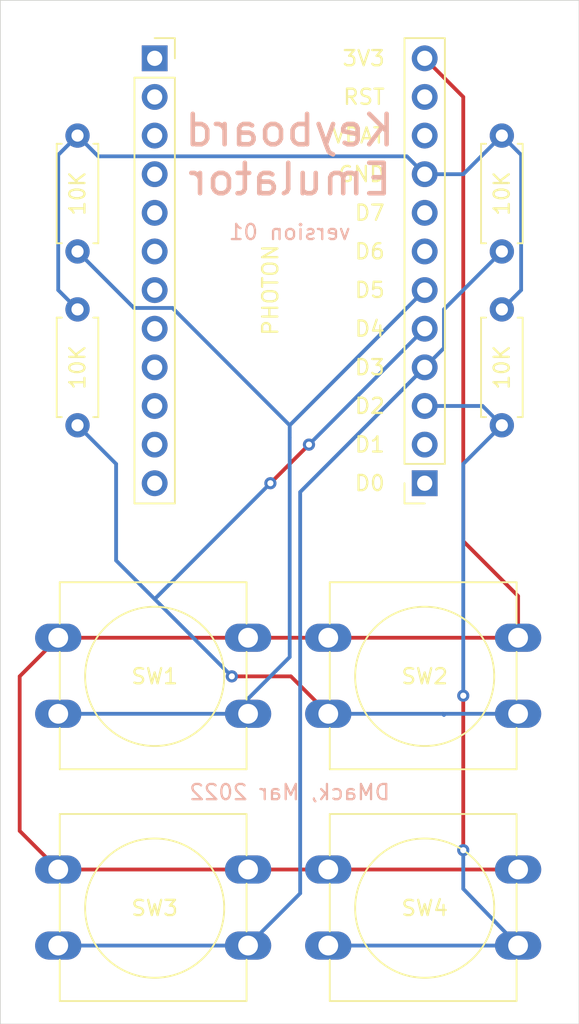
<source format=kicad_pcb>
(kicad_pcb (version 20171130) (host pcbnew "(5.1.6-0-10_14)")

  (general
    (thickness 1.6)
    (drawings 20)
    (tracks 70)
    (zones 0)
    (modules 14)
    (nets 25)
  )

  (page A4)
  (layers
    (0 F.Cu signal)
    (31 B.Cu signal)
    (32 B.Adhes user)
    (33 F.Adhes user)
    (34 B.Paste user)
    (35 F.Paste user)
    (36 B.SilkS user)
    (37 F.SilkS user)
    (38 B.Mask user)
    (39 F.Mask user)
    (40 Dwgs.User user)
    (41 Cmts.User user)
    (42 Eco1.User user)
    (43 Eco2.User user)
    (44 Edge.Cuts user)
    (45 Margin user)
    (46 B.CrtYd user)
    (47 F.CrtYd user)
    (48 B.Fab user)
    (49 F.Fab user)
  )

  (setup
    (last_trace_width 0.25)
    (trace_clearance 0.2)
    (zone_clearance 0.508)
    (zone_45_only no)
    (trace_min 0.2)
    (via_size 0.8)
    (via_drill 0.4)
    (via_min_size 0.4)
    (via_min_drill 0.3)
    (uvia_size 0.3)
    (uvia_drill 0.1)
    (uvias_allowed no)
    (uvia_min_size 0.2)
    (uvia_min_drill 0.1)
    (edge_width 0.05)
    (segment_width 0.2)
    (pcb_text_width 0.3)
    (pcb_text_size 1.5 1.5)
    (mod_edge_width 0.12)
    (mod_text_size 1 1)
    (mod_text_width 0.15)
    (pad_size 1.524 1.524)
    (pad_drill 0.762)
    (pad_to_mask_clearance 0.05)
    (aux_axis_origin 0 0)
    (visible_elements FFFFFF7F)
    (pcbplotparams
      (layerselection 0x010fc_ffffffff)
      (usegerberextensions false)
      (usegerberattributes true)
      (usegerberadvancedattributes true)
      (creategerberjobfile true)
      (excludeedgelayer true)
      (linewidth 0.100000)
      (plotframeref false)
      (viasonmask false)
      (mode 1)
      (useauxorigin false)
      (hpglpennumber 1)
      (hpglpenspeed 20)
      (hpglpendiameter 15.000000)
      (psnegative false)
      (psa4output false)
      (plotreference true)
      (plotvalue true)
      (plotinvisibletext false)
      (padsonsilk false)
      (subtractmaskfromsilk false)
      (outputformat 1)
      (mirror false)
      (drillshape 1)
      (scaleselection 1)
      (outputdirectory ""))
  )

  (net 0 "")
  (net 1 "Net-(J1-Pad12)")
  (net 2 "Net-(J1-Pad11)")
  (net 3 "Net-(J1-Pad10)")
  (net 4 "Net-(J1-Pad9)")
  (net 5 "Net-(J1-Pad8)")
  (net 6 "Net-(J1-Pad7)")
  (net 7 "Net-(J1-Pad6)")
  (net 8 "Net-(J1-Pad5)")
  (net 9 "Net-(J1-Pad4)")
  (net 10 "Net-(J1-Pad3)")
  (net 11 "Net-(J1-Pad2)")
  (net 12 "Net-(J1-Pad1)")
  (net 13 "Net-(J2-Pad12)")
  (net 14 "Net-(J2-Pad11)")
  (net 15 "Net-(J2-Pad10)")
  (net 16 "Net-(J2-Pad9)")
  (net 17 "Net-(J2-Pad8)")
  (net 18 "Net-(J2-Pad7)")
  (net 19 "Net-(J2-Pad6)")
  (net 20 "Net-(J2-Pad5)")
  (net 21 "Net-(J2-Pad4)")
  (net 22 "Net-(J2-Pad3)")
  (net 23 "Net-(J2-Pad2)")
  (net 24 "Net-(J2-Pad1)")

  (net_class Default "This is the default net class."
    (clearance 0.2)
    (trace_width 0.25)
    (via_dia 0.8)
    (via_drill 0.4)
    (uvia_dia 0.3)
    (uvia_drill 0.1)
    (add_net "Net-(J1-Pad1)")
    (add_net "Net-(J1-Pad10)")
    (add_net "Net-(J1-Pad11)")
    (add_net "Net-(J1-Pad12)")
    (add_net "Net-(J1-Pad2)")
    (add_net "Net-(J1-Pad3)")
    (add_net "Net-(J1-Pad4)")
    (add_net "Net-(J1-Pad5)")
    (add_net "Net-(J1-Pad6)")
    (add_net "Net-(J1-Pad7)")
    (add_net "Net-(J1-Pad8)")
    (add_net "Net-(J1-Pad9)")
    (add_net "Net-(J2-Pad1)")
    (add_net "Net-(J2-Pad10)")
    (add_net "Net-(J2-Pad11)")
    (add_net "Net-(J2-Pad12)")
    (add_net "Net-(J2-Pad2)")
    (add_net "Net-(J2-Pad3)")
    (add_net "Net-(J2-Pad4)")
    (add_net "Net-(J2-Pad5)")
    (add_net "Net-(J2-Pad6)")
    (add_net "Net-(J2-Pad7)")
    (add_net "Net-(J2-Pad8)")
    (add_net "Net-(J2-Pad9)")
  )

  (module DMack_Custom_Footprints_Library:MountingHole_3.5mm (layer F.Cu) (tedit 56D1B4CB) (tstamp 622D2B6D)
    (at 92.71 102.87)
    (descr "Mounting Hole 3.5mm, no annular")
    (tags "mounting hole 3.5mm no annular")
    (attr virtual)
    (fp_text reference REF** (at 0 -4.5) (layer F.SilkS) hide
      (effects (font (size 1 1) (thickness 0.15)))
    )
    (fp_text value MountingHole_3.5mm (at 0 4.5) (layer F.Fab) hide
      (effects (font (size 1 1) (thickness 0.15)))
    )
    (fp_circle (center 0 0) (end 3.75 0) (layer F.CrtYd) (width 0.05))
    (fp_circle (center 0 0) (end 3.5 0) (layer Cmts.User) (width 0.15))
    (fp_text user %R (at 0.3 0) (layer F.Fab)
      (effects (font (size 1 1) (thickness 0.15)))
    )
    (pad 1 np_thru_hole circle (at 0 0) (size 3.5 3.5) (drill 3.5) (layers *.Cu *.Mask))
  )

  (module DMack_Custom_Footprints_Library:MountingHole_3.5mm (layer F.Cu) (tedit 56D1B4CB) (tstamp 622D2B5F)
    (at 123.19 102.87)
    (descr "Mounting Hole 3.5mm, no annular")
    (tags "mounting hole 3.5mm no annular")
    (attr virtual)
    (fp_text reference REF** (at 0 -4.5) (layer F.SilkS) hide
      (effects (font (size 1 1) (thickness 0.15)))
    )
    (fp_text value MountingHole_3.5mm (at 0 4.5) (layer F.Fab) hide
      (effects (font (size 1 1) (thickness 0.15)))
    )
    (fp_circle (center 0 0) (end 3.5 0) (layer Cmts.User) (width 0.15))
    (fp_circle (center 0 0) (end 3.75 0) (layer F.CrtYd) (width 0.05))
    (fp_text user %R (at 0.3 0) (layer F.Fab)
      (effects (font (size 1 1) (thickness 0.15)))
    )
    (pad 1 np_thru_hole circle (at 0 0) (size 3.5 3.5) (drill 3.5) (layers *.Cu *.Mask))
  )

  (module DMack_Custom_Footprints_Library:MountingHole_3.5mm (layer F.Cu) (tedit 56D1B4CB) (tstamp 622D2B51)
    (at 123.19 72.39)
    (descr "Mounting Hole 3.5mm, no annular")
    (tags "mounting hole 3.5mm no annular")
    (attr virtual)
    (fp_text reference REF** (at 0 -4.5) (layer F.SilkS) hide
      (effects (font (size 1 1) (thickness 0.15)))
    )
    (fp_text value MountingHole_3.5mm (at 0 4.5) (layer F.Fab) hide
      (effects (font (size 1 1) (thickness 0.15)))
    )
    (fp_circle (center 0 0) (end 3.75 0) (layer F.CrtYd) (width 0.05))
    (fp_circle (center 0 0) (end 3.5 0) (layer Cmts.User) (width 0.15))
    (fp_text user %R (at 0.3 0) (layer F.Fab)
      (effects (font (size 1 1) (thickness 0.15)))
    )
    (pad 1 np_thru_hole circle (at 0 0) (size 3.5 3.5) (drill 3.5) (layers *.Cu *.Mask))
  )

  (module DMack_Custom_Footprints_Library:MountingHole_3.5mm (layer F.Cu) (tedit 56D1B4CB) (tstamp 622D2B4F)
    (at 92.71 72.39)
    (descr "Mounting Hole 3.5mm, no annular")
    (tags "mounting hole 3.5mm no annular")
    (attr virtual)
    (fp_text reference REF** (at 0 -4.5) (layer F.SilkS) hide
      (effects (font (size 1 1) (thickness 0.15)))
    )
    (fp_text value MountingHole_3.5mm (at 0 4.5) (layer F.Fab) hide
      (effects (font (size 1 1) (thickness 0.15)))
    )
    (fp_circle (center 0 0) (end 3.5 0) (layer Cmts.User) (width 0.15))
    (fp_circle (center 0 0) (end 3.75 0) (layer F.CrtYd) (width 0.05))
    (fp_text user %R (at 0.3 0) (layer F.Fab)
      (effects (font (size 1 1) (thickness 0.15)))
    )
    (pad 1 np_thru_hole circle (at 0 0) (size 3.5 3.5) (drill 3.5) (layers *.Cu *.Mask))
  )

  (module DMack_Custom_Footprints_Library:LargePushButton_W12mm_H12mm_P2.54mm (layer F.Cu) (tedit 621BD342) (tstamp 622D271E)
    (at 110.49 125.73)
    (descr "large push buttons with color caps")
    (path /62334E95)
    (fp_text reference SW4 (at 6.35 2.54) (layer F.SilkS)
      (effects (font (size 1 1) (thickness 0.15)))
    )
    (fp_text value SW_Push (at 6.62 9.93) (layer F.Fab) hide
      (effects (font (size 1 1) (thickness 0.15)))
    )
    (fp_line (start 12.4 -3.65) (end 12.4 -0.93) (layer F.SilkS) (width 0.12))
    (fp_line (start 12.4 5.93) (end 12.4 8.65) (layer F.SilkS) (width 0.12))
    (fp_line (start 0.1 4.07) (end 0.1 0.93) (layer F.SilkS) (width 0.12))
    (fp_line (start 0.1 8.65) (end 0.1 5.93) (layer F.SilkS) (width 0.12))
    (fp_line (start 0.25 -3.5) (end 0.25 8.5) (layer F.Fab) (width 0.1))
    (fp_circle (center 6.35 2.54) (end 10.16 5.08) (layer F.SilkS) (width 0.12))
    (fp_line (start 14.25 8.75) (end -1.77 8.75) (layer F.CrtYd) (width 0.05))
    (fp_line (start 14.25 8.75) (end 14.25 -3.75) (layer F.CrtYd) (width 0.05))
    (fp_line (start -1.77 -3.75) (end -1.77 8.75) (layer F.CrtYd) (width 0.05))
    (fp_line (start -1.77 -3.75) (end 14.25 -3.75) (layer F.CrtYd) (width 0.05))
    (fp_line (start 0.1 -0.93) (end 0.1 -3.65) (layer F.SilkS) (width 0.12))
    (fp_line (start 12.4 8.65) (end 0.1 8.65) (layer F.SilkS) (width 0.12))
    (fp_line (start 12.4 0.93) (end 12.4 4.07) (layer F.SilkS) (width 0.12))
    (fp_line (start 0.1 -3.65) (end 12.4 -3.65) (layer F.SilkS) (width 0.12))
    (fp_line (start 12.25 -3.5) (end 12.25 8.5) (layer F.Fab) (width 0.1))
    (fp_line (start 0.25 -3.5) (end 12.25 -3.5) (layer F.Fab) (width 0.1))
    (fp_line (start 0.25 8.5) (end 12.25 8.5) (layer F.Fab) (width 0.1))
    (fp_text user %R (at 6.35 2.54) (layer F.Fab)
      (effects (font (size 1 1) (thickness 0.15)))
    )
    (pad 2 thru_hole oval (at 0 5) (size 3.048 1.85) (drill 1.3) (layers *.Cu *.Mask)
      (net 22 "Net-(J2-Pad3)"))
    (pad 1 thru_hole oval (at 0 0) (size 3.048 1.85) (drill 1.3) (layers *.Cu *.Mask)
      (net 13 "Net-(J2-Pad12)"))
    (pad 2 thru_hole oval (at 12.5 5) (size 3.048 1.85) (drill 1.3) (layers *.Cu *.Mask)
      (net 22 "Net-(J2-Pad3)"))
    (pad 1 thru_hole oval (at 12.5 0) (size 3.048 1.85) (drill 1.3) (layers *.Cu *.Mask)
      (net 13 "Net-(J2-Pad12)"))
    (model ${KISYS3DMOD}/Button_Switch_THT.3dshapes/SW_PUSH-12mm.wrl
      (at (xyz 0 0 0))
      (scale (xyz 1 1 1))
      (rotate (xyz 0 0 0))
    )
  )

  (module DMack_Custom_Footprints_Library:LargePushButton_W12mm_H12mm_P2.54mm (layer F.Cu) (tedit 621BD342) (tstamp 622D2704)
    (at 92.71 125.73)
    (descr "large push buttons with color caps")
    (path /62334EA9)
    (fp_text reference SW3 (at 6.35 2.54) (layer F.SilkS)
      (effects (font (size 1 1) (thickness 0.15)))
    )
    (fp_text value SW_Push (at 6.62 9.93) (layer F.Fab) hide
      (effects (font (size 1 1) (thickness 0.15)))
    )
    (fp_line (start 12.4 -3.65) (end 12.4 -0.93) (layer F.SilkS) (width 0.12))
    (fp_line (start 12.4 5.93) (end 12.4 8.65) (layer F.SilkS) (width 0.12))
    (fp_line (start 0.1 4.07) (end 0.1 0.93) (layer F.SilkS) (width 0.12))
    (fp_line (start 0.1 8.65) (end 0.1 5.93) (layer F.SilkS) (width 0.12))
    (fp_line (start 0.25 -3.5) (end 0.25 8.5) (layer F.Fab) (width 0.1))
    (fp_circle (center 6.35 2.54) (end 10.16 5.08) (layer F.SilkS) (width 0.12))
    (fp_line (start 14.25 8.75) (end -1.77 8.75) (layer F.CrtYd) (width 0.05))
    (fp_line (start 14.25 8.75) (end 14.25 -3.75) (layer F.CrtYd) (width 0.05))
    (fp_line (start -1.77 -3.75) (end -1.77 8.75) (layer F.CrtYd) (width 0.05))
    (fp_line (start -1.77 -3.75) (end 14.25 -3.75) (layer F.CrtYd) (width 0.05))
    (fp_line (start 0.1 -0.93) (end 0.1 -3.65) (layer F.SilkS) (width 0.12))
    (fp_line (start 12.4 8.65) (end 0.1 8.65) (layer F.SilkS) (width 0.12))
    (fp_line (start 12.4 0.93) (end 12.4 4.07) (layer F.SilkS) (width 0.12))
    (fp_line (start 0.1 -3.65) (end 12.4 -3.65) (layer F.SilkS) (width 0.12))
    (fp_line (start 12.25 -3.5) (end 12.25 8.5) (layer F.Fab) (width 0.1))
    (fp_line (start 0.25 -3.5) (end 12.25 -3.5) (layer F.Fab) (width 0.1))
    (fp_line (start 0.25 8.5) (end 12.25 8.5) (layer F.Fab) (width 0.1))
    (fp_text user %R (at 6.35 2.54) (layer F.Fab)
      (effects (font (size 1 1) (thickness 0.15)))
    )
    (pad 2 thru_hole oval (at 0 5) (size 3.048 1.85) (drill 1.3) (layers *.Cu *.Mask)
      (net 21 "Net-(J2-Pad4)"))
    (pad 1 thru_hole oval (at 0 0) (size 3.048 1.85) (drill 1.3) (layers *.Cu *.Mask)
      (net 13 "Net-(J2-Pad12)"))
    (pad 2 thru_hole oval (at 12.5 5) (size 3.048 1.85) (drill 1.3) (layers *.Cu *.Mask)
      (net 21 "Net-(J2-Pad4)"))
    (pad 1 thru_hole oval (at 12.5 0) (size 3.048 1.85) (drill 1.3) (layers *.Cu *.Mask)
      (net 13 "Net-(J2-Pad12)"))
    (model ${KISYS3DMOD}/Button_Switch_THT.3dshapes/SW_PUSH-12mm.wrl
      (at (xyz 0 0 0))
      (scale (xyz 1 1 1))
      (rotate (xyz 0 0 0))
    )
  )

  (module DMack_Custom_Footprints_Library:LargePushButton_W12mm_H12mm_P2.54mm (layer F.Cu) (tedit 621BD342) (tstamp 622D26EA)
    (at 110.49 110.49)
    (descr "large push buttons with color caps")
    (path /62334EBE)
    (fp_text reference SW2 (at 6.35 2.54) (layer F.SilkS)
      (effects (font (size 1 1) (thickness 0.15)))
    )
    (fp_text value SW_Push (at 6.62 9.93) (layer F.Fab) hide
      (effects (font (size 1 1) (thickness 0.15)))
    )
    (fp_line (start 12.4 -3.65) (end 12.4 -0.93) (layer F.SilkS) (width 0.12))
    (fp_line (start 12.4 5.93) (end 12.4 8.65) (layer F.SilkS) (width 0.12))
    (fp_line (start 0.1 4.07) (end 0.1 0.93) (layer F.SilkS) (width 0.12))
    (fp_line (start 0.1 8.65) (end 0.1 5.93) (layer F.SilkS) (width 0.12))
    (fp_line (start 0.25 -3.5) (end 0.25 8.5) (layer F.Fab) (width 0.1))
    (fp_circle (center 6.35 2.54) (end 10.16 5.08) (layer F.SilkS) (width 0.12))
    (fp_line (start 14.25 8.75) (end -1.77 8.75) (layer F.CrtYd) (width 0.05))
    (fp_line (start 14.25 8.75) (end 14.25 -3.75) (layer F.CrtYd) (width 0.05))
    (fp_line (start -1.77 -3.75) (end -1.77 8.75) (layer F.CrtYd) (width 0.05))
    (fp_line (start -1.77 -3.75) (end 14.25 -3.75) (layer F.CrtYd) (width 0.05))
    (fp_line (start 0.1 -0.93) (end 0.1 -3.65) (layer F.SilkS) (width 0.12))
    (fp_line (start 12.4 8.65) (end 0.1 8.65) (layer F.SilkS) (width 0.12))
    (fp_line (start 12.4 0.93) (end 12.4 4.07) (layer F.SilkS) (width 0.12))
    (fp_line (start 0.1 -3.65) (end 12.4 -3.65) (layer F.SilkS) (width 0.12))
    (fp_line (start 12.25 -3.5) (end 12.25 8.5) (layer F.Fab) (width 0.1))
    (fp_line (start 0.25 -3.5) (end 12.25 -3.5) (layer F.Fab) (width 0.1))
    (fp_line (start 0.25 8.5) (end 12.25 8.5) (layer F.Fab) (width 0.1))
    (fp_text user %R (at 6.35 2.54) (layer F.Fab)
      (effects (font (size 1 1) (thickness 0.15)))
    )
    (pad 2 thru_hole oval (at 0 5) (size 3.048 1.85) (drill 1.3) (layers *.Cu *.Mask)
      (net 20 "Net-(J2-Pad5)"))
    (pad 1 thru_hole oval (at 0 0) (size 3.048 1.85) (drill 1.3) (layers *.Cu *.Mask)
      (net 13 "Net-(J2-Pad12)"))
    (pad 2 thru_hole oval (at 12.5 5) (size 3.048 1.85) (drill 1.3) (layers *.Cu *.Mask)
      (net 20 "Net-(J2-Pad5)"))
    (pad 1 thru_hole oval (at 12.5 0) (size 3.048 1.85) (drill 1.3) (layers *.Cu *.Mask)
      (net 13 "Net-(J2-Pad12)"))
    (model ${KISYS3DMOD}/Button_Switch_THT.3dshapes/SW_PUSH-12mm.wrl
      (at (xyz 0 0 0))
      (scale (xyz 1 1 1))
      (rotate (xyz 0 0 0))
    )
  )

  (module DMack_Custom_Footprints_Library:LargePushButton_W12mm_H12mm_P2.54mm (layer F.Cu) (tedit 621BD342) (tstamp 622D26D0)
    (at 92.71 110.49)
    (descr "large push buttons with color caps")
    (path /62334F03)
    (fp_text reference SW1 (at 6.35 2.54) (layer F.SilkS)
      (effects (font (size 1 1) (thickness 0.15)))
    )
    (fp_text value SW_Push (at 6.62 9.93) (layer F.Fab) hide
      (effects (font (size 1 1) (thickness 0.15)))
    )
    (fp_line (start 12.4 -3.65) (end 12.4 -0.93) (layer F.SilkS) (width 0.12))
    (fp_line (start 12.4 5.93) (end 12.4 8.65) (layer F.SilkS) (width 0.12))
    (fp_line (start 0.1 4.07) (end 0.1 0.93) (layer F.SilkS) (width 0.12))
    (fp_line (start 0.1 8.65) (end 0.1 5.93) (layer F.SilkS) (width 0.12))
    (fp_line (start 0.25 -3.5) (end 0.25 8.5) (layer F.Fab) (width 0.1))
    (fp_circle (center 6.35 2.54) (end 10.16 5.08) (layer F.SilkS) (width 0.12))
    (fp_line (start 14.25 8.75) (end -1.77 8.75) (layer F.CrtYd) (width 0.05))
    (fp_line (start 14.25 8.75) (end 14.25 -3.75) (layer F.CrtYd) (width 0.05))
    (fp_line (start -1.77 -3.75) (end -1.77 8.75) (layer F.CrtYd) (width 0.05))
    (fp_line (start -1.77 -3.75) (end 14.25 -3.75) (layer F.CrtYd) (width 0.05))
    (fp_line (start 0.1 -0.93) (end 0.1 -3.65) (layer F.SilkS) (width 0.12))
    (fp_line (start 12.4 8.65) (end 0.1 8.65) (layer F.SilkS) (width 0.12))
    (fp_line (start 12.4 0.93) (end 12.4 4.07) (layer F.SilkS) (width 0.12))
    (fp_line (start 0.1 -3.65) (end 12.4 -3.65) (layer F.SilkS) (width 0.12))
    (fp_line (start 12.25 -3.5) (end 12.25 8.5) (layer F.Fab) (width 0.1))
    (fp_line (start 0.25 -3.5) (end 12.25 -3.5) (layer F.Fab) (width 0.1))
    (fp_line (start 0.25 8.5) (end 12.25 8.5) (layer F.Fab) (width 0.1))
    (fp_text user %R (at 6.35 2.54) (layer F.Fab)
      (effects (font (size 1 1) (thickness 0.15)))
    )
    (pad 2 thru_hole oval (at 0 5) (size 3.048 1.85) (drill 1.3) (layers *.Cu *.Mask)
      (net 19 "Net-(J2-Pad6)"))
    (pad 1 thru_hole oval (at 0 0) (size 3.048 1.85) (drill 1.3) (layers *.Cu *.Mask)
      (net 13 "Net-(J2-Pad12)"))
    (pad 2 thru_hole oval (at 12.5 5) (size 3.048 1.85) (drill 1.3) (layers *.Cu *.Mask)
      (net 19 "Net-(J2-Pad6)"))
    (pad 1 thru_hole oval (at 12.5 0) (size 3.048 1.85) (drill 1.3) (layers *.Cu *.Mask)
      (net 13 "Net-(J2-Pad12)"))
    (model ${KISYS3DMOD}/Button_Switch_THT.3dshapes/SW_PUSH-12mm.wrl
      (at (xyz 0 0 0))
      (scale (xyz 1 1 1))
      (rotate (xyz 0 0 0))
    )
  )

  (module DMack_Custom_Footprints_Library:Resistor_L6.3mm_D2.5mm_P7.62mm_Horizontal_Axial (layer F.Cu) (tedit 621BD393) (tstamp 622D26B6)
    (at 121.92 96.52 90)
    (descr "standard resistor")
    (path /62334E9F)
    (fp_text reference 10K (at 3.81 0 90) (layer F.SilkS)
      (effects (font (size 1 1) (thickness 0.15)))
    )
    (fp_text value 10K (at 3.81 2.37 90) (layer F.Fab) hide
      (effects (font (size 1 1) (thickness 0.15)))
    )
    (fp_line (start 0.66 -1.25) (end 0.66 1.25) (layer F.Fab) (width 0.1))
    (fp_line (start 0.66 1.25) (end 6.96 1.25) (layer F.Fab) (width 0.1))
    (fp_line (start 6.96 1.25) (end 6.96 -1.25) (layer F.Fab) (width 0.1))
    (fp_line (start 6.96 -1.25) (end 0.66 -1.25) (layer F.Fab) (width 0.1))
    (fp_line (start 0 0) (end 0.66 0) (layer F.Fab) (width 0.1))
    (fp_line (start 7.62 0) (end 6.96 0) (layer F.Fab) (width 0.1))
    (fp_line (start 0.54 -1.04) (end 0.54 -1.37) (layer F.SilkS) (width 0.12))
    (fp_line (start 0.54 -1.37) (end 7.08 -1.37) (layer F.SilkS) (width 0.12))
    (fp_line (start 7.08 -1.37) (end 7.08 -1.04) (layer F.SilkS) (width 0.12))
    (fp_line (start 0.54 1.04) (end 0.54 1.37) (layer F.SilkS) (width 0.12))
    (fp_line (start 0.54 1.37) (end 7.08 1.37) (layer F.SilkS) (width 0.12))
    (fp_line (start 7.08 1.37) (end 7.08 1.04) (layer F.SilkS) (width 0.12))
    (fp_line (start -1.05 -1.5) (end -1.05 1.5) (layer F.CrtYd) (width 0.05))
    (fp_line (start -1.05 1.5) (end 8.67 1.5) (layer F.CrtYd) (width 0.05))
    (fp_line (start 8.67 1.5) (end 8.67 -1.5) (layer F.CrtYd) (width 0.05))
    (fp_line (start 8.67 -1.5) (end -1.05 -1.5) (layer F.CrtYd) (width 0.05))
    (fp_text user %R (at 3.81 0 90) (layer F.Fab) hide
      (effects (font (size 1 1) (thickness 0.15)))
    )
    (pad 2 thru_hole oval (at 7.62 0 90) (size 1.6 1.6) (drill 0.8) (layers *.Cu *.Mask)
      (net 16 "Net-(J2-Pad9)"))
    (pad 1 thru_hole circle (at 0 0 90) (size 1.6 1.6) (drill 0.8) (layers *.Cu *.Mask)
      (net 22 "Net-(J2-Pad3)"))
    (model ${KISYS3DMOD}/Resistor_THT.3dshapes/R_Axial_DIN0207_L6.3mm_D2.5mm_P7.62mm_Horizontal.wrl
      (at (xyz 0 0 0))
      (scale (xyz 1 1 1))
      (rotate (xyz 0 0 0))
    )
  )

  (module DMack_Custom_Footprints_Library:Resistor_L6.3mm_D2.5mm_P7.62mm_Horizontal_Axial (layer F.Cu) (tedit 621BD393) (tstamp 622D269F)
    (at 121.92 85.09 90)
    (descr "standard resistor")
    (path /62334EB3)
    (fp_text reference 10K (at 3.81 0 90) (layer F.SilkS)
      (effects (font (size 1 1) (thickness 0.15)))
    )
    (fp_text value 10K (at 3.81 2.37 90) (layer F.Fab) hide
      (effects (font (size 1 1) (thickness 0.15)))
    )
    (fp_line (start 0.66 -1.25) (end 0.66 1.25) (layer F.Fab) (width 0.1))
    (fp_line (start 0.66 1.25) (end 6.96 1.25) (layer F.Fab) (width 0.1))
    (fp_line (start 6.96 1.25) (end 6.96 -1.25) (layer F.Fab) (width 0.1))
    (fp_line (start 6.96 -1.25) (end 0.66 -1.25) (layer F.Fab) (width 0.1))
    (fp_line (start 0 0) (end 0.66 0) (layer F.Fab) (width 0.1))
    (fp_line (start 7.62 0) (end 6.96 0) (layer F.Fab) (width 0.1))
    (fp_line (start 0.54 -1.04) (end 0.54 -1.37) (layer F.SilkS) (width 0.12))
    (fp_line (start 0.54 -1.37) (end 7.08 -1.37) (layer F.SilkS) (width 0.12))
    (fp_line (start 7.08 -1.37) (end 7.08 -1.04) (layer F.SilkS) (width 0.12))
    (fp_line (start 0.54 1.04) (end 0.54 1.37) (layer F.SilkS) (width 0.12))
    (fp_line (start 0.54 1.37) (end 7.08 1.37) (layer F.SilkS) (width 0.12))
    (fp_line (start 7.08 1.37) (end 7.08 1.04) (layer F.SilkS) (width 0.12))
    (fp_line (start -1.05 -1.5) (end -1.05 1.5) (layer F.CrtYd) (width 0.05))
    (fp_line (start -1.05 1.5) (end 8.67 1.5) (layer F.CrtYd) (width 0.05))
    (fp_line (start 8.67 1.5) (end 8.67 -1.5) (layer F.CrtYd) (width 0.05))
    (fp_line (start 8.67 -1.5) (end -1.05 -1.5) (layer F.CrtYd) (width 0.05))
    (fp_text user %R (at 3.81 0 90) (layer F.Fab) hide
      (effects (font (size 1 1) (thickness 0.15)))
    )
    (pad 2 thru_hole oval (at 7.62 0 90) (size 1.6 1.6) (drill 0.8) (layers *.Cu *.Mask)
      (net 16 "Net-(J2-Pad9)"))
    (pad 1 thru_hole circle (at 0 0 90) (size 1.6 1.6) (drill 0.8) (layers *.Cu *.Mask)
      (net 21 "Net-(J2-Pad4)"))
    (model ${KISYS3DMOD}/Resistor_THT.3dshapes/R_Axial_DIN0207_L6.3mm_D2.5mm_P7.62mm_Horizontal.wrl
      (at (xyz 0 0 0))
      (scale (xyz 1 1 1))
      (rotate (xyz 0 0 0))
    )
  )

  (module DMack_Custom_Footprints_Library:Resistor_L6.3mm_D2.5mm_P7.62mm_Horizontal_Axial (layer F.Cu) (tedit 621BD393) (tstamp 622D2688)
    (at 93.98 96.52 90)
    (descr "standard resistor")
    (path /62334EC8)
    (fp_text reference 10K (at 3.81 0 90) (layer F.SilkS)
      (effects (font (size 1 1) (thickness 0.15)))
    )
    (fp_text value 10K (at 3.81 2.37 90) (layer F.Fab) hide
      (effects (font (size 1 1) (thickness 0.15)))
    )
    (fp_line (start 0.66 -1.25) (end 0.66 1.25) (layer F.Fab) (width 0.1))
    (fp_line (start 0.66 1.25) (end 6.96 1.25) (layer F.Fab) (width 0.1))
    (fp_line (start 6.96 1.25) (end 6.96 -1.25) (layer F.Fab) (width 0.1))
    (fp_line (start 6.96 -1.25) (end 0.66 -1.25) (layer F.Fab) (width 0.1))
    (fp_line (start 0 0) (end 0.66 0) (layer F.Fab) (width 0.1))
    (fp_line (start 7.62 0) (end 6.96 0) (layer F.Fab) (width 0.1))
    (fp_line (start 0.54 -1.04) (end 0.54 -1.37) (layer F.SilkS) (width 0.12))
    (fp_line (start 0.54 -1.37) (end 7.08 -1.37) (layer F.SilkS) (width 0.12))
    (fp_line (start 7.08 -1.37) (end 7.08 -1.04) (layer F.SilkS) (width 0.12))
    (fp_line (start 0.54 1.04) (end 0.54 1.37) (layer F.SilkS) (width 0.12))
    (fp_line (start 0.54 1.37) (end 7.08 1.37) (layer F.SilkS) (width 0.12))
    (fp_line (start 7.08 1.37) (end 7.08 1.04) (layer F.SilkS) (width 0.12))
    (fp_line (start -1.05 -1.5) (end -1.05 1.5) (layer F.CrtYd) (width 0.05))
    (fp_line (start -1.05 1.5) (end 8.67 1.5) (layer F.CrtYd) (width 0.05))
    (fp_line (start 8.67 1.5) (end 8.67 -1.5) (layer F.CrtYd) (width 0.05))
    (fp_line (start 8.67 -1.5) (end -1.05 -1.5) (layer F.CrtYd) (width 0.05))
    (fp_text user %R (at 3.81 0 90) (layer F.Fab) hide
      (effects (font (size 1 1) (thickness 0.15)))
    )
    (pad 2 thru_hole oval (at 7.62 0 90) (size 1.6 1.6) (drill 0.8) (layers *.Cu *.Mask)
      (net 16 "Net-(J2-Pad9)"))
    (pad 1 thru_hole circle (at 0 0 90) (size 1.6 1.6) (drill 0.8) (layers *.Cu *.Mask)
      (net 20 "Net-(J2-Pad5)"))
    (model ${KISYS3DMOD}/Resistor_THT.3dshapes/R_Axial_DIN0207_L6.3mm_D2.5mm_P7.62mm_Horizontal.wrl
      (at (xyz 0 0 0))
      (scale (xyz 1 1 1))
      (rotate (xyz 0 0 0))
    )
  )

  (module DMack_Custom_Footprints_Library:Resistor_L6.3mm_D2.5mm_P7.62mm_Horizontal_Axial (layer F.Cu) (tedit 621BD393) (tstamp 622D2671)
    (at 93.98 85.09 90)
    (descr "standard resistor")
    (path /62334ED3)
    (fp_text reference 10K (at 3.81 0 90) (layer F.SilkS)
      (effects (font (size 1 1) (thickness 0.15)))
    )
    (fp_text value 10K (at 3.81 2.37 90) (layer F.Fab) hide
      (effects (font (size 1 1) (thickness 0.15)))
    )
    (fp_line (start 0.66 -1.25) (end 0.66 1.25) (layer F.Fab) (width 0.1))
    (fp_line (start 0.66 1.25) (end 6.96 1.25) (layer F.Fab) (width 0.1))
    (fp_line (start 6.96 1.25) (end 6.96 -1.25) (layer F.Fab) (width 0.1))
    (fp_line (start 6.96 -1.25) (end 0.66 -1.25) (layer F.Fab) (width 0.1))
    (fp_line (start 0 0) (end 0.66 0) (layer F.Fab) (width 0.1))
    (fp_line (start 7.62 0) (end 6.96 0) (layer F.Fab) (width 0.1))
    (fp_line (start 0.54 -1.04) (end 0.54 -1.37) (layer F.SilkS) (width 0.12))
    (fp_line (start 0.54 -1.37) (end 7.08 -1.37) (layer F.SilkS) (width 0.12))
    (fp_line (start 7.08 -1.37) (end 7.08 -1.04) (layer F.SilkS) (width 0.12))
    (fp_line (start 0.54 1.04) (end 0.54 1.37) (layer F.SilkS) (width 0.12))
    (fp_line (start 0.54 1.37) (end 7.08 1.37) (layer F.SilkS) (width 0.12))
    (fp_line (start 7.08 1.37) (end 7.08 1.04) (layer F.SilkS) (width 0.12))
    (fp_line (start -1.05 -1.5) (end -1.05 1.5) (layer F.CrtYd) (width 0.05))
    (fp_line (start -1.05 1.5) (end 8.67 1.5) (layer F.CrtYd) (width 0.05))
    (fp_line (start 8.67 1.5) (end 8.67 -1.5) (layer F.CrtYd) (width 0.05))
    (fp_line (start 8.67 -1.5) (end -1.05 -1.5) (layer F.CrtYd) (width 0.05))
    (fp_text user %R (at 3.81 0 90) (layer F.Fab) hide
      (effects (font (size 1 1) (thickness 0.15)))
    )
    (pad 2 thru_hole oval (at 7.62 0 90) (size 1.6 1.6) (drill 0.8) (layers *.Cu *.Mask)
      (net 16 "Net-(J2-Pad9)"))
    (pad 1 thru_hole circle (at 0 0 90) (size 1.6 1.6) (drill 0.8) (layers *.Cu *.Mask)
      (net 19 "Net-(J2-Pad6)"))
    (model ${KISYS3DMOD}/Resistor_THT.3dshapes/R_Axial_DIN0207_L6.3mm_D2.5mm_P7.62mm_Horizontal.wrl
      (at (xyz 0 0 0))
      (scale (xyz 1 1 1))
      (rotate (xyz 0 0 0))
    )
  )

  (module DMack_Custom_Footprints_Library:FemaleHeader_1x12_P2.54mm (layer F.Cu) (tedit 621BD2ED) (tstamp 622D265A)
    (at 116.84 100.33 180)
    (descr "12-pin female header")
    (path /62334F2F)
    (fp_text reference J2 (at 0 -2.77) (layer F.SilkS) hide
      (effects (font (size 1 1) (thickness 0.15)))
    )
    (fp_text value "Photon 12-pin Header" (at 0 30.71) (layer F.Fab) hide
      (effects (font (size 1 1) (thickness 0.15)))
    )
    (fp_line (start -1.27 -1.27) (end 0.635 -1.27) (layer F.Fab) (width 0.1))
    (fp_line (start 0.635 -1.27) (end 1.27 -0.635) (layer F.Fab) (width 0.1))
    (fp_line (start 1.27 -0.635) (end 1.27 29.21) (layer F.Fab) (width 0.1))
    (fp_line (start 1.27 29.21) (end -1.27 29.21) (layer F.Fab) (width 0.1))
    (fp_line (start -1.27 29.21) (end -1.27 -1.27) (layer F.Fab) (width 0.1))
    (fp_line (start -1.33 1.27) (end 1.33 1.27) (layer F.SilkS) (width 0.12))
    (fp_line (start -1.33 1.27) (end -1.33 29.27) (layer F.SilkS) (width 0.12))
    (fp_line (start -1.33 29.27) (end 1.33 29.27) (layer F.SilkS) (width 0.12))
    (fp_line (start 1.33 1.27) (end 1.33 29.27) (layer F.SilkS) (width 0.12))
    (fp_line (start 1.33 -1.33) (end 1.33 0) (layer F.SilkS) (width 0.12))
    (fp_line (start 0 -1.33) (end 1.33 -1.33) (layer F.SilkS) (width 0.12))
    (fp_line (start -1.8 -1.8) (end 1.75 -1.8) (layer F.CrtYd) (width 0.05))
    (fp_line (start 1.75 -1.8) (end 1.75 29.7) (layer F.CrtYd) (width 0.05))
    (fp_line (start 1.75 29.7) (end -1.8 29.7) (layer F.CrtYd) (width 0.05))
    (fp_line (start -1.8 29.7) (end -1.8 -1.8) (layer F.CrtYd) (width 0.05))
    (fp_text user %R (at 0 13.97 90) (layer F.Fab)
      (effects (font (size 1 1) (thickness 0.15)))
    )
    (pad 12 thru_hole oval (at 0 27.94 180) (size 1.7 1.7) (drill 1) (layers *.Cu *.Mask)
      (net 13 "Net-(J2-Pad12)"))
    (pad 11 thru_hole oval (at 0 25.4 180) (size 1.7 1.7) (drill 1) (layers *.Cu *.Mask)
      (net 14 "Net-(J2-Pad11)"))
    (pad 10 thru_hole oval (at 0 22.86 180) (size 1.7 1.7) (drill 1) (layers *.Cu *.Mask)
      (net 15 "Net-(J2-Pad10)"))
    (pad 9 thru_hole oval (at 0 20.32 180) (size 1.7 1.7) (drill 1) (layers *.Cu *.Mask)
      (net 16 "Net-(J2-Pad9)"))
    (pad 8 thru_hole oval (at 0 17.78 180) (size 1.7 1.7) (drill 1) (layers *.Cu *.Mask)
      (net 17 "Net-(J2-Pad8)"))
    (pad 7 thru_hole oval (at 0 15.24 180) (size 1.7 1.7) (drill 1) (layers *.Cu *.Mask)
      (net 18 "Net-(J2-Pad7)"))
    (pad 6 thru_hole oval (at 0 12.7 180) (size 1.7 1.7) (drill 1) (layers *.Cu *.Mask)
      (net 19 "Net-(J2-Pad6)"))
    (pad 5 thru_hole oval (at 0 10.16 180) (size 1.7 1.7) (drill 1) (layers *.Cu *.Mask)
      (net 20 "Net-(J2-Pad5)"))
    (pad 4 thru_hole oval (at 0 7.62 180) (size 1.7 1.7) (drill 1) (layers *.Cu *.Mask)
      (net 21 "Net-(J2-Pad4)"))
    (pad 3 thru_hole oval (at 0 5.08 180) (size 1.7 1.7) (drill 1) (layers *.Cu *.Mask)
      (net 22 "Net-(J2-Pad3)"))
    (pad 2 thru_hole oval (at 0 2.54 180) (size 1.7 1.7) (drill 1) (layers *.Cu *.Mask)
      (net 23 "Net-(J2-Pad2)"))
    (pad 1 thru_hole rect (at 0 0 180) (size 1.7 1.7) (drill 1) (layers *.Cu *.Mask)
      (net 24 "Net-(J2-Pad1)"))
    (model ${KISYS3DMOD}/Connector_PinSocket_2.54mm.3dshapes/PinSocket_1x12_P2.54mm_Vertical.wrl
      (at (xyz 0 0 0))
      (scale (xyz 1 1 1))
      (rotate (xyz 0 0 0))
    )
  )

  (module DMack_Custom_Footprints_Library:FemaleHeader_1x12_P2.54mm (layer F.Cu) (tedit 621BD2ED) (tstamp 622D263A)
    (at 99.06 72.39)
    (descr "12-pin female header")
    (path /62334F1F)
    (fp_text reference J1 (at 0 -2.77) (layer F.SilkS) hide
      (effects (font (size 1 1) (thickness 0.15)))
    )
    (fp_text value "Photon 12-pin Header" (at 0 30.71) (layer F.Fab) hide
      (effects (font (size 1 1) (thickness 0.15)))
    )
    (fp_line (start -1.27 -1.27) (end 0.635 -1.27) (layer F.Fab) (width 0.1))
    (fp_line (start 0.635 -1.27) (end 1.27 -0.635) (layer F.Fab) (width 0.1))
    (fp_line (start 1.27 -0.635) (end 1.27 29.21) (layer F.Fab) (width 0.1))
    (fp_line (start 1.27 29.21) (end -1.27 29.21) (layer F.Fab) (width 0.1))
    (fp_line (start -1.27 29.21) (end -1.27 -1.27) (layer F.Fab) (width 0.1))
    (fp_line (start -1.33 1.27) (end 1.33 1.27) (layer F.SilkS) (width 0.12))
    (fp_line (start -1.33 1.27) (end -1.33 29.27) (layer F.SilkS) (width 0.12))
    (fp_line (start -1.33 29.27) (end 1.33 29.27) (layer F.SilkS) (width 0.12))
    (fp_line (start 1.33 1.27) (end 1.33 29.27) (layer F.SilkS) (width 0.12))
    (fp_line (start 1.33 -1.33) (end 1.33 0) (layer F.SilkS) (width 0.12))
    (fp_line (start 0 -1.33) (end 1.33 -1.33) (layer F.SilkS) (width 0.12))
    (fp_line (start -1.8 -1.8) (end 1.75 -1.8) (layer F.CrtYd) (width 0.05))
    (fp_line (start 1.75 -1.8) (end 1.75 29.7) (layer F.CrtYd) (width 0.05))
    (fp_line (start 1.75 29.7) (end -1.8 29.7) (layer F.CrtYd) (width 0.05))
    (fp_line (start -1.8 29.7) (end -1.8 -1.8) (layer F.CrtYd) (width 0.05))
    (fp_text user %R (at 0 13.97 90) (layer F.Fab)
      (effects (font (size 1 1) (thickness 0.15)))
    )
    (pad 12 thru_hole oval (at 0 27.94) (size 1.7 1.7) (drill 1) (layers *.Cu *.Mask)
      (net 1 "Net-(J1-Pad12)"))
    (pad 11 thru_hole oval (at 0 25.4) (size 1.7 1.7) (drill 1) (layers *.Cu *.Mask)
      (net 2 "Net-(J1-Pad11)"))
    (pad 10 thru_hole oval (at 0 22.86) (size 1.7 1.7) (drill 1) (layers *.Cu *.Mask)
      (net 3 "Net-(J1-Pad10)"))
    (pad 9 thru_hole oval (at 0 20.32) (size 1.7 1.7) (drill 1) (layers *.Cu *.Mask)
      (net 4 "Net-(J1-Pad9)"))
    (pad 8 thru_hole oval (at 0 17.78) (size 1.7 1.7) (drill 1) (layers *.Cu *.Mask)
      (net 5 "Net-(J1-Pad8)"))
    (pad 7 thru_hole oval (at 0 15.24) (size 1.7 1.7) (drill 1) (layers *.Cu *.Mask)
      (net 6 "Net-(J1-Pad7)"))
    (pad 6 thru_hole oval (at 0 12.7) (size 1.7 1.7) (drill 1) (layers *.Cu *.Mask)
      (net 7 "Net-(J1-Pad6)"))
    (pad 5 thru_hole oval (at 0 10.16) (size 1.7 1.7) (drill 1) (layers *.Cu *.Mask)
      (net 8 "Net-(J1-Pad5)"))
    (pad 4 thru_hole oval (at 0 7.62) (size 1.7 1.7) (drill 1) (layers *.Cu *.Mask)
      (net 9 "Net-(J1-Pad4)"))
    (pad 3 thru_hole oval (at 0 5.08) (size 1.7 1.7) (drill 1) (layers *.Cu *.Mask)
      (net 10 "Net-(J1-Pad3)"))
    (pad 2 thru_hole oval (at 0 2.54) (size 1.7 1.7) (drill 1) (layers *.Cu *.Mask)
      (net 11 "Net-(J1-Pad2)"))
    (pad 1 thru_hole rect (at 0 0) (size 1.7 1.7) (drill 1) (layers *.Cu *.Mask)
      (net 12 "Net-(J1-Pad1)"))
    (model ${KISYS3DMOD}/Connector_PinSocket_2.54mm.3dshapes/PinSocket_1x12_P2.54mm_Vertical.wrl
      (at (xyz 0 0 0))
      (scale (xyz 1 1 1))
      (rotate (xyz 0 0 0))
    )
  )

  (gr_text "DMack, Mar 2022" (at 107.95 120.65) (layer B.SilkS)
    (effects (font (size 1 1) (thickness 0.15)) (justify mirror))
  )
  (gr_text "version 01" (at 107.95 83.82) (layer B.SilkS)
    (effects (font (size 1 1) (thickness 0.15)) (justify mirror))
  )
  (gr_text "Keyboard\nEmulator" (at 107.95 78.74) (layer B.SilkS)
    (effects (font (size 2 2) (thickness 0.3)) (justify mirror))
  )
  (gr_text PHOTON (at 106.68 87.63 90) (layer F.SilkS)
    (effects (font (size 1 1) (thickness 0.15)))
  )
  (gr_text D0 (at 114.3 100.33) (layer F.SilkS) (tstamp 622BD716)
    (effects (font (size 1 1) (thickness 0.15)) (justify right))
  )
  (gr_text D1 (at 114.3 97.79) (layer F.SilkS) (tstamp 622BD713)
    (effects (font (size 1 1) (thickness 0.15)) (justify right))
  )
  (gr_text D2 (at 114.3 95.25) (layer F.SilkS) (tstamp 622BD710)
    (effects (font (size 1 1) (thickness 0.15)) (justify right))
  )
  (gr_text D3 (at 114.3 92.71) (layer F.SilkS) (tstamp 622BD70D)
    (effects (font (size 1 1) (thickness 0.15)) (justify right))
  )
  (gr_text D4 (at 114.3 90.17) (layer F.SilkS) (tstamp 622BD70A)
    (effects (font (size 1 1) (thickness 0.15)) (justify right))
  )
  (gr_text D5 (at 114.3 87.63) (layer F.SilkS) (tstamp 622BD707)
    (effects (font (size 1 1) (thickness 0.15)) (justify right))
  )
  (gr_text D6 (at 114.3 85.09) (layer F.SilkS) (tstamp 622BD704)
    (effects (font (size 1 1) (thickness 0.15)) (justify right))
  )
  (gr_text D7 (at 114.3 82.55) (layer F.SilkS) (tstamp 622BD701)
    (effects (font (size 1 1) (thickness 0.15)) (justify right))
  )
  (gr_text GND (at 114.3 80.01) (layer F.SilkS) (tstamp 622BD6FE)
    (effects (font (size 1 1) (thickness 0.15)) (justify right))
  )
  (gr_text VBAT (at 114.3 77.47) (layer F.SilkS) (tstamp 622BD6FB)
    (effects (font (size 1 1) (thickness 0.15)) (justify right))
  )
  (gr_text RST (at 114.3 74.93) (layer F.SilkS) (tstamp 622BD6F8)
    (effects (font (size 1 1) (thickness 0.15)) (justify right))
  )
  (gr_text 3V3 (at 114.3 72.39) (layer F.SilkS)
    (effects (font (size 1 1) (thickness 0.15)) (justify right))
  )
  (gr_line (start 127 68.58) (end 88.9 68.58) (layer Edge.Cuts) (width 0.05) (tstamp 62254E01))
  (gr_line (start 127 135.89) (end 127 68.58) (layer Edge.Cuts) (width 0.05))
  (gr_line (start 88.9 135.89) (end 127 135.89) (layer Edge.Cuts) (width 0.05))
  (gr_line (start 88.9 68.58) (end 88.9 135.89) (layer Edge.Cuts) (width 0.05))

  (segment (start 105.21 125.73) (end 110.49 125.73) (width 0.25) (layer F.Cu) (net 13))
  (segment (start 105.21 110.49) (end 105.41 110.49) (width 0.25) (layer F.Cu) (net 13))
  (segment (start 105.41 110.49) (end 110.49 110.49) (width 0.25) (layer F.Cu) (net 13))
  (segment (start 122.99 107.75) (end 122.99 110.49) (width 0.25) (layer F.Cu) (net 13))
  (segment (start 119.38 104.14) (end 122.99 107.75) (width 0.25) (layer F.Cu) (net 13))
  (segment (start 119.38 74.93) (end 119.38 104.14) (width 0.25) (layer F.Cu) (net 13))
  (segment (start 116.84 72.39) (end 119.38 74.93) (width 0.25) (layer F.Cu) (net 13))
  (segment (start 122.99 110.49) (end 110.49 110.49) (width 0.25) (layer F.Cu) (net 13))
  (segment (start 105.21 110.49) (end 92.71 110.49) (width 0.25) (layer F.Cu) (net 13))
  (segment (start 92.71 110.49) (end 90.17 113.03) (width 0.25) (layer F.Cu) (net 13))
  (segment (start 90.17 123.19) (end 92.71 125.73) (width 0.25) (layer F.Cu) (net 13))
  (segment (start 90.17 113.03) (end 90.17 123.19) (width 0.25) (layer F.Cu) (net 13))
  (segment (start 92.71 125.73) (end 105.21 125.73) (width 0.25) (layer F.Cu) (net 13))
  (segment (start 110.49 125.73) (end 122.99 125.73) (width 0.25) (layer F.Cu) (net 13))
  (segment (start 121.92 77.759998) (end 121.92 77.47) (width 0.25) (layer B.Cu) (net 16))
  (segment (start 119.38 80.01) (end 121.92 77.47) (width 0.25) (layer B.Cu) (net 16))
  (segment (start 116.84 80.01) (end 119.38 80.01) (width 0.25) (layer B.Cu) (net 16))
  (segment (start 95.344999 78.834999) (end 93.98 77.47) (width 0.25) (layer B.Cu) (net 16))
  (segment (start 115.664999 78.834999) (end 95.344999 78.834999) (width 0.25) (layer B.Cu) (net 16))
  (segment (start 116.84 80.01) (end 115.664999 78.834999) (width 0.25) (layer B.Cu) (net 16))
  (segment (start 93.98 77.47) (end 92.71 78.74) (width 0.25) (layer B.Cu) (net 16))
  (segment (start 92.71 87.63) (end 93.98 88.9) (width 0.25) (layer B.Cu) (net 16))
  (segment (start 92.71 78.74) (end 92.71 87.63) (width 0.25) (layer B.Cu) (net 16))
  (segment (start 121.92 88.9) (end 123.19 87.63) (width 0.25) (layer B.Cu) (net 16))
  (segment (start 123.19 87.63) (end 123.19 78.74) (width 0.25) (layer B.Cu) (net 16))
  (segment (start 123.19 78.74) (end 121.92 77.47) (width 0.25) (layer B.Cu) (net 16))
  (segment (start 92.71 115.49) (end 105.21 115.49) (width 0.25) (layer B.Cu) (net 19))
  (segment (start 105.21 115.49) (end 105.21 114.5) (width 0.25) (layer B.Cu) (net 19))
  (segment (start 105.21 114.5) (end 107.95 111.76) (width 0.25) (layer B.Cu) (net 19))
  (segment (start 107.95 111.76) (end 107.95 97.320998) (width 0.25) (layer B.Cu) (net 19))
  (segment (start 116.84 87.63) (end 107.95 96.52) (width 0.25) (layer B.Cu) (net 19))
  (segment (start 107.95 96.52) (end 107.95 97.320998) (width 0.25) (layer B.Cu) (net 19))
  (segment (start 97.695001 88.805001) (end 93.98 85.09) (width 0.25) (layer B.Cu) (net 19))
  (segment (start 100.235001 88.805001) (end 97.695001 88.805001) (width 0.25) (layer B.Cu) (net 19))
  (segment (start 107.95 96.52) (end 100.235001 88.805001) (width 0.25) (layer B.Cu) (net 19))
  (segment (start 118.03 115.49) (end 118.11 115.57) (width 0.25) (layer B.Cu) (net 20))
  (segment (start 110.49 115.49) (end 118.03 115.49) (width 0.25) (layer B.Cu) (net 20))
  (segment (start 122.91 115.57) (end 122.99 115.49) (width 0.25) (layer B.Cu) (net 20))
  (segment (start 118.03 115.49) (end 122.99 115.49) (width 0.25) (layer B.Cu) (net 20))
  (segment (start 110.49 115.49) (end 110.41 115.49) (width 0.25) (layer F.Cu) (net 20))
  (via (at 109.22 97.79) (size 0.8) (drill 0.4) (layers F.Cu B.Cu) (net 20))
  (segment (start 116.84 90.17) (end 109.22 97.79) (width 0.25) (layer B.Cu) (net 20))
  (via (at 106.68 100.33) (size 0.8) (drill 0.4) (layers F.Cu B.Cu) (net 20))
  (segment (start 109.22 97.79) (end 106.68 100.33) (width 0.25) (layer F.Cu) (net 20))
  (segment (start 106.68 100.33) (end 99.06 107.95) (width 0.25) (layer B.Cu) (net 20))
  (segment (start 99.06 107.95) (end 96.52 105.41) (width 0.25) (layer B.Cu) (net 20))
  (segment (start 96.52 99.06) (end 93.98 96.52) (width 0.25) (layer B.Cu) (net 20))
  (segment (start 96.52 105.41) (end 96.52 99.06) (width 0.25) (layer B.Cu) (net 20))
  (via (at 104.14 113.03) (size 0.8) (drill 0.4) (layers F.Cu B.Cu) (net 20))
  (segment (start 99.06 107.95) (end 104.14 113.03) (width 0.25) (layer B.Cu) (net 20))
  (segment (start 108.03 113.03) (end 110.49 115.49) (width 0.25) (layer F.Cu) (net 20))
  (segment (start 104.14 113.03) (end 108.03 113.03) (width 0.25) (layer F.Cu) (net 20))
  (segment (start 92.71 130.73) (end 105.21 130.73) (width 0.25) (layer B.Cu) (net 21))
  (segment (start 105.21 130.73) (end 105.49 130.73) (width 0.25) (layer B.Cu) (net 21))
  (segment (start 121.92 85.09) (end 118.11 88.9) (width 0.25) (layer B.Cu) (net 21))
  (segment (start 118.11 91.44) (end 116.84 92.71) (width 0.25) (layer B.Cu) (net 21))
  (segment (start 118.11 88.9) (end 118.11 91.44) (width 0.25) (layer B.Cu) (net 21))
  (segment (start 108.64099 100.90901) (end 108.64099 127.29901) (width 0.25) (layer B.Cu) (net 21))
  (segment (start 108.64099 127.29901) (end 105.21 130.73) (width 0.25) (layer B.Cu) (net 21))
  (segment (start 116.84 92.71) (end 108.64099 100.90901) (width 0.25) (layer B.Cu) (net 21))
  (segment (start 110.49 130.73) (end 122.99 130.73) (width 0.25) (layer B.Cu) (net 22))
  (segment (start 120.65 95.25) (end 121.92 96.52) (width 0.25) (layer B.Cu) (net 22))
  (segment (start 116.84 95.25) (end 120.65 95.25) (width 0.25) (layer B.Cu) (net 22))
  (segment (start 119.38 99.06) (end 121.92 96.52) (width 0.25) (layer B.Cu) (net 22))
  (segment (start 119.38 114.3) (end 119.38 99.06) (width 0.25) (layer B.Cu) (net 22))
  (via (at 119.38 114.3) (size 0.8) (drill 0.4) (layers F.Cu B.Cu) (net 22))
  (segment (start 119.38 114.3) (end 119.38 124.46) (width 0.25) (layer F.Cu) (net 22))
  (via (at 119.38 124.46) (size 0.8) (drill 0.4) (layers F.Cu B.Cu) (net 22))
  (segment (start 119.38 127) (end 122.99 130.73) (width 0.25) (layer B.Cu) (net 22))
  (segment (start 119.38 124.46) (end 119.38 127) (width 0.25) (layer B.Cu) (net 22))

)

</source>
